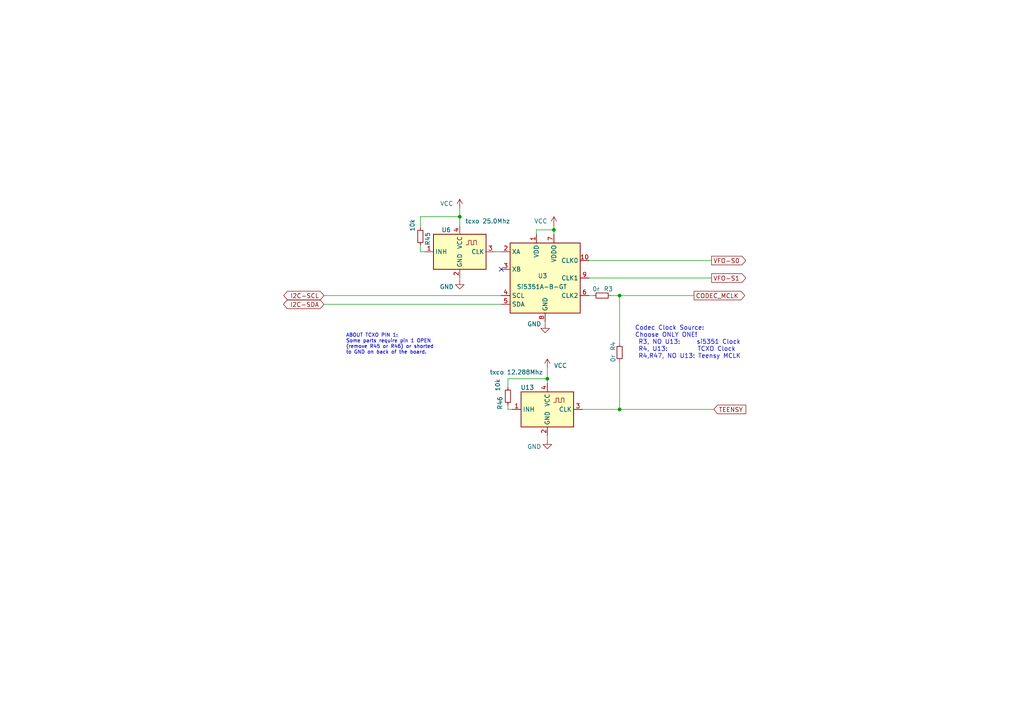
<source format=kicad_sch>
(kicad_sch (version 20230121) (generator eeschema)
  (paper "A4")
  (title_block (title "HF IQ Transceiver PiggyBack for Pi (not a hat)") (date "2024-01-21") (rev "2.0") (company "AE0GL: Mario P. Vano") (comment 1 "Sheet 1: Codec, Power Supplies, and GPIO"))
  (lib_symbols
    (symbol "Device:R_Small" (pin_numbers hide) (pin_names (offset 0.254) hide)
      (property "Reference" "R" (at 0.762 0.508 0))
      (property "Value" "R_Small" (at 0.762 -1.016 0))
      (symbol "R_Small_0_1"
        (rectangle (start -0.762 1.778) (end 0.762 -1.778) (stroke (width 0.2032)))
      )
      (symbol "R_Small_1_1"
        (pin passive line (at 0 2.54 270) (length 0.762) (name "~") (number "1"))
        (pin passive line (at 0 -2.54 90) (length 0.762) (name "~") (number "2"))
      )
    )
    (symbol "Oscillator:KC2520Z"
      (property "Reference" "U" (at 2.54 12.7 0))
      (property "Value" "KC2520Z" (at 6.35 10.16 0))
      (symbol "KC2520Z_0_1"
        (rectangle (start -7.62 5.08) (end 7.62 -5.08) (stroke (width 0.254)) (fill (type background)))
      )
      (symbol "KC2520Z_1_1"
        (polyline (pts (xy 1.778 2.032) (xy 2.54 2.032) (xy 2.54 3.302) (xy 3.302 3.302) (xy 3.302 2.032) (xy 4.064 2.032) (xy 4.064 3.302) (xy 4.826 3.302) (xy 4.826 2.032)))
        (pin input line (at -10.16 0 0) (length 2.54) (name "INH") (number "1"))
        (pin power_in line (at 0 -7.62 90) (length 2.54) (name "GND") (number "2"))
        (pin output line (at 10.16 0 180) (length 2.54) (name "CLK") (number "3"))
        (pin power_in line (at 0 7.62 270) (length 2.54) (name "VCC") (number "4"))
      )
    )
    (symbol "Oscillator:Si5351A-B-GT"
      (property "Reference" "U" (at -8.89 11.43 0))
      (property "Value" "Si5351A-B-GT" (at -12.7 -12.7 0))
      (symbol "Si5351A-B-GT_0_1"
        (rectangle (start -10.16 10.16) (end 10.16 -10.16) (stroke (width 0.254)) (fill (type background)))
      )
      (symbol "Si5351A-B-GT_1_1"
        (pin power_in line (at -2.54 12.7 270) (length 2.54) (name "VDD") (number "1"))
        (pin output line (at 12.7 5.08 180) (length 2.54) (name "CLK0") (number "10"))
        (pin input line (at -12.7 7.62 0) (length 2.54) (name "XA") (number "2"))
        (pin input line (at -12.7 2.54 0) (length 2.54) (name "XB") (number "3"))
        (pin input line (at -12.7 -5.08 0) (length 2.54) (name "SCL") (number "4"))
        (pin bidirectional line (at -12.7 -7.62 0) (length 2.54) (name "SDA") (number "5"))
        (pin output line (at 12.7 -5.08 180) (length 2.54) (name "CLK2") (number "6"))
        (pin power_in line (at 2.54 12.7 270) (length 2.54) (name "VDDO") (number "7"))
        (pin power_in line (at 0 -12.7 90) (length 2.54) (name "GND") (number "8"))
        (pin output line (at 12.7 0 180) (length 2.54) (name "CLK1") (number "9"))
      )
    )
    (symbol "power:GND" (power) (pin_names (offset 0))
      (property "Value" "GND" (at 0 -3.81 0))
      (symbol "GND_0_1"
        (polyline (pts (xy 0 0) (xy 0 -1.27) (xy 1.27 -1.27) (xy 0 -2.54) (xy -1.27 -1.27) (xy 0 -1.27)))
      )
      (symbol "GND_1_1"
        (pin power_in line (at 0 0 270) (length 0) hide (name "GND") (number "1"))
      )
    )
    (symbol "power:VCC" (power) (pin_names (offset 0))
      (property "Value" "VCC" (at 0 3.81 0))
      (symbol "VCC_0_1"
        (polyline (pts (xy -0.762 1.27) (xy 0 2.54)))
        (polyline (pts (xy 0 0) (xy 0 2.54)))
        (polyline (pts (xy 0 2.54) (xy 0.762 1.27)))
      )
      (symbol "VCC_1_1"
        (pin power_in line (at 0 0 90) (length 0) hide (name "VCC") (number "1"))
      )
    )
  )
  (junction (at 133.35 62.865))
  (junction (at 179.705 118.745))
  (junction (at 179.705 85.725))
  (junction (at 160.655 66.675))
  (junction (at 158.75 109.855))
  (no_connect (at 145.415 78.105))
  (wire (pts (xy 147.32 109.855) (xy 158.75 109.855)))
  (wire (pts (xy 168.91 118.745) (xy 179.705 118.745)))
  (wire (pts (xy 148.59 118.745) (xy 147.32 118.745)))
  (wire (pts (xy 160.655 66.675) (xy 160.655 65.405)))
  (wire (pts (xy 179.705 118.745) (xy 207.01 118.745)))
  (wire (pts (xy 147.32 112.395) (xy 147.32 109.855)))
  (wire (pts (xy 155.575 66.675) (xy 155.575 67.945)))
  (wire (pts (xy 158.75 109.855) (xy 158.75 111.125)))
  (wire (pts (xy 160.655 66.675) (xy 160.655 67.945)))
  (wire (pts (xy 179.705 85.725) (xy 201.295 85.725)))
  (wire (pts (xy 170.815 75.565) (xy 206.375 75.565)))
  (wire (pts (xy 160.655 66.675) (xy 155.575 66.675)))
  (wire (pts (xy 158.75 106.68) (xy 158.75 109.855)))
  (wire (pts (xy 121.92 71.12) (xy 121.92 73.025)))
  (wire (pts (xy 179.705 85.725) (xy 177.165 85.725)))
  (wire (pts (xy 133.35 60.325) (xy 133.35 62.865)))
  (wire (pts (xy 170.815 80.645) (xy 206.375 80.645)))
  (wire (pts (xy 143.51 73.025) (xy 145.415 73.025)))
  (wire (pts (xy 93.98 88.265) (xy 145.415 88.265)))
  (wire (pts (xy 147.32 117.475) (xy 147.32 118.745)))
  (wire (pts (xy 121.92 66.04) (xy 121.92 62.865)))
  (wire (pts (xy 121.92 62.865) (xy 133.35 62.865)))
  (wire (pts (xy 133.35 62.865) (xy 133.35 65.405)))
  (wire (pts (xy 123.19 73.025) (xy 121.92 73.025)))
  (wire (pts (xy 179.705 104.775) (xy 179.705 118.745)))
  (wire (pts (xy 133.35 80.645) (xy 133.35 81.28)))
  (wire (pts (xy 93.98 85.725) (xy 145.415 85.725)))
  (wire (pts (xy 170.815 85.725) (xy 172.085 85.725)))
  (wire (pts (xy 179.705 85.725) (xy 179.705 99.695)))
  (wire (pts (xy 158.115 93.345) (xy 158.115 93.98)))
  (wire (pts (xy 158.75 126.365) (xy 158.75 127.635)))
  (text "ABOUT TCXO PIN 1:\nSome parts require pin 1 OPEN\n(remove R45 or R46) or shorted\nto GND on back of the board." (at 100.33 102.87 0) (effects (font (size 1.016 1.016)) (justify left bottom)))
  (text "Codec Clock Source:\nChoose ONLY ONE!\n R3, NO U13:     si5351 Clock\n R4, U13:         TCXO Clock\n R4,R47, NO U13: Teensy MCLK" (at 184.15 104.14 0) (effects (font (size 1.27 1.27)) (justify left bottom)))
  (global_label "I2C-SCL" (shape bidirectional) (at 93.98 85.725 180) (property "Intersheetrefs" "${INTERSHEET_REFS}" (effects hide)))
  (global_label "CODEC_MCLK" (shape output) (at 201.295 85.725 0) (property "Intersheetrefs" "${INTERSHEET_REFS}" (effects hide)))
  (global_label "VFO-S0" (shape output) (at 206.375 75.565 0) (property "Intersheetrefs" "${INTERSHEET_REFS}" (effects hide)))
  (global_label "TEENSY" (shape input) (at 207.01 118.745 0) (property "Intersheetrefs" "${INTERSHEET_REFS}" (effects hide)))
  (global_label "VFO-S1" (shape output) (at 206.375 80.645 0) (property "Intersheetrefs" "${INTERSHEET_REFS}" (effects hide)))
  (global_label "I2C-SDA" (shape bidirectional) (at 93.98 88.265 180) (property "Intersheetrefs" "${INTERSHEET_REFS}" (effects hide)))
  (symbol (lib_id "power:VCC") (at 133.35 60.325 0) (unit 1)
    (property "Reference" "#PWR02" (effects hide))
    (property "Value" "VCC" (at 129.54 59.055 0))
  )
  (symbol (lib_id "power:GND") (at 158.75 127.635 0) (unit 1)
    (property "Reference" "#PWR076" (effects hide))
    (property "Value" "GND" (at 154.94 129.54 0))
  )
  (symbol (lib_id "power:VCC") (at 158.75 106.68 0) (unit 1)
    (property "Reference" "#PWR033" (effects hide))
    (property "Value" "VCC" (at 162.56 106.045 0))
  )
  (symbol (lib_id "power:GND") (at 133.35 81.28 0) (unit 1)
    (property "Reference" "#PWR08" (effects hide))
    (property "Value" "GND" (at 129.54 83.185 0))
  )
  (symbol (lib_id "power:GND") (at 158.115 93.98 0) (unit 1)
    (property "Reference" "#PWR014" (effects hide))
    (property "Value" "GND" (at 154.94 93.98 0))
  )
  (symbol (lib_id "Device:R_Small") (at 147.32 114.935 0) (unit 1)
    (property "Reference" "R46" (at 145.0086 118.8466 90) (effects (justify left)))
    (property "Value" "10k" (at 144.3736 113.538 90) (effects (justify left)))
    (property "Footprint" "Resistor_SMD:R_0603_1608Metric" (effects hide))
    (property "DigiKey Part Number" "RMCF0603FT10K0CT-ND" (effects hide))
    (property "Description" "RES 10K OHM 1% 1/10W 0603" (effects hide))
    (property "Manufacturer_Part_Number" "RMCF0603FT10K0" (effects hide))
    (property "Manufacturer_Name" "Stackpole Electronics Inc" (effects hide))
  )
  (symbol (lib_id "Device:R_Small") (at 179.705 102.235 0) (mirror x) (unit 1) (in_bom no)
    (property "Reference" "R4" (at 177.8 99.06 90) (effects (justify left)))
    (property "Value" "0r" (at 177.8 102.87 90) (effects (justify left)))
    (property "Footprint" "Resistor_SMD:R_0603_1608Metric" (effects hide))
    (property "DigiKey Part Number" "RMCF0603ZT0R00CT-ND" (effects hide))
    (property "Description" "RES 0 OHM JUMPER 1/10W 0603" (effects hide))
    (property "Manufacturer_Name" "Stackpole Electronics Inc" (effects hide))
    (property "Manufacturer_Part_Number" "RMCF0603ZT0R00" (effects hide))
  )
  (symbol (lib_id "Device:R_Small") (at 121.92 68.58 0) (unit 1)
    (property "Reference" "R45" (at 124.0536 71.2216 90) (effects (justify left)))
    (property "Value" "10k" (at 119.6086 67.183 90) (effects (justify left)))
    (property "Footprint" "Resistor_SMD:R_0603_1608Metric" (effects hide))
    (property "DigiKey Part Number" "RMCF0603FT10K0CT-ND" (effects hide))
    (property "Description" "RES 10K OHM 1% 1/10W 0603" (effects hide))
    (property "Manufacturer_Part_Number" "RMCF0603FT10K0" (effects hide))
    (property "Manufacturer_Name" "Stackpole Electronics Inc" (effects hide))
  )
  (symbol (lib_id "Device:R_Small") (at 174.625 85.725 90) (mirror x) (unit 1)
    (property "Reference" "R3" (at 177.8 83.82 90) (effects (justify left)))
    (property "Value" "0r" (at 173.99 83.82 90) (effects (justify left)))
    (property "Footprint" "Resistor_SMD:R_0603_1608Metric" (effects hide))
    (property "DigiKey Part Number" "RMCF0603ZT0R00CT-ND" (effects hide))
    (property "Description" "RES 0 OHM JUMPER 1/10W 0603" (effects hide))
    (property "Manufacturer_Name" "Stackpole Electronics Inc" (effects hide))
    (property "Manufacturer_Part_Number" "RMCF0603ZT0R00" (effects hide))
  )
  (symbol (lib_id "power:VCC") (at 160.655 65.405 0) (unit 1)
    (property "Reference" "#PWR028" (effects hide))
    (property "Value" "VCC" (at 156.845 64.135 0))
  )
  (symbol (lib_id "Oscillator:KC2520Z") (at 133.35 73.025 0) (unit 1)
    (property "Reference" "U6" (at 130.81 66.6749 0) (effects (justify right)))
    (property "Value" "tcxo 25.0Mhz" (at 147.955 64.135 0) (effects (justify right)))
    (property "Footprint" "Oscillator:Oscillator_SMD_Kyocera_KC2520Z-4Pin_2.5x2.0mm" (effects hide))
    (property "Datasheet" "https://global.kyocera.com/prdct/electro/product/pdf/clock_z_xz_e.pdf" (effects hide))
    (property "DigiKey Part Number" "1664-1273-1-ND" (effects hide))
    (property "Description" "XTAL OSC TCXO 25.0000MHZ SNWV" (effects hide))
    (property "Manufacturer_Name" "Taitien" (effects hide))
    (property "Manufacturer_Part_Number" "TXETCLSANF-25.000000" (effects hide))
  )
  (symbol (lib_id "Oscillator:Si5351A-B-GT") (at 158.115 80.645 0) (unit 1)
    (property "Reference" "U3" (at 158.75 80.01 0) (effects (justify right)))
    (property "Value" "Si5351A-B-GT" (at 164.465 83.185 0) (effects (justify right)))
    (property "Footprint" "Package_SO:MSOP-10_3x3mm_P0.5mm" (effects hide))
    (property "Datasheet" "https://www.silabs.com/documents/public/data-sheets/Si5351-B.pdf" (effects hide))
    (property "DigiKey Part Number" "336-2399-5-ND" (effects hide))
    (property "Description" "IC CLOCK GENERATOR 10MSOP" (effects hide))
    (property "Manufacturer_Name" "Skyworks Solutions Inc." (effects hide))
    (property "Manufacturer_Part_Number" "SI5351A-B-GT" (effects hide))
  )
  (symbol (lib_id "Oscillator:KC2520Z") (at 158.75 118.745 0) (unit 1) (in_bom no)
    (property "Reference" "U13" (at 154.94 112.3949 0) (effects (justify right)))
    (property "Value" "txco 12.288Mhz" (at 157.48 107.95 0) (effects (justify right)))
    (property "Footprint" "Oscillator:Oscillator_SMD_Kyocera_KC2520Z-4Pin_2.5x2.0mm" (effects hide))
    (property "Datasheet" "https://global.kyocera.com/prdct/electro/product/pdf/clock_z_xz_e.pdf" (effects hide))
    (property "DigiKey Part Number" "50-ECS-TXO-3225MV-122.8-CT-ND" (effects hide))
    (property "Description" "XTAL OSC TCXO 12.288MHZ HCMOS" (effects hide))
    (property "Manufacturer_Name" "ECS Inc." (effects hide))
    (property "Manufacturer_Part_Number" "ECS-TXO-3225MV-122.8-TR" (effects hide))
  )
)
</source>
